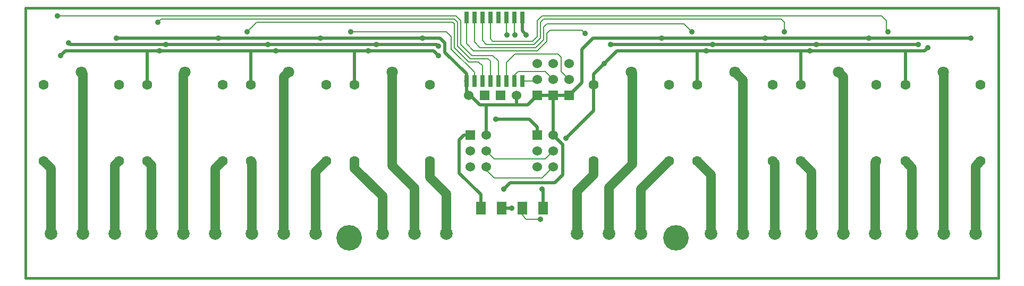
<source format=gbl>
G04 (created by PCBNEW-RS274X (2012-01-19 BZR 3256)-stable) date 15/05/2012 08:43:50*
G01*
G70*
G90*
%MOIN*%
G04 Gerber Fmt 3.4, Leading zero omitted, Abs format*
%FSLAX34Y34*%
G04 APERTURE LIST*
%ADD10C,0.006000*%
%ADD11C,0.015000*%
%ADD12C,0.078700*%
%ADD13R,0.060000X0.060000*%
%ADD14C,0.060000*%
%ADD15C,0.070900*%
%ADD16C,0.063000*%
%ADD17R,0.025000X0.075000*%
%ADD18R,0.060000X0.080000*%
%ADD19C,0.160000*%
%ADD20C,0.035000*%
%ADD21C,0.019700*%
%ADD22C,0.008000*%
%ADD23C,0.059100*%
%ADD24C,0.050000*%
G04 APERTURE END LIST*
G54D10*
G54D11*
X12980Y-08873D02*
X12980Y-08773D01*
X74005Y-08898D02*
X74005Y-08773D01*
X12980Y-08844D02*
X12980Y-25773D01*
X12980Y-25773D02*
X74003Y-25773D01*
X74004Y-08769D02*
X12980Y-08769D01*
X74004Y-25773D02*
X74004Y-08844D01*
G54D12*
X14580Y-22973D03*
X16580Y-22973D03*
X18580Y-22973D03*
X20880Y-22973D03*
X22880Y-22973D03*
X24880Y-22973D03*
X27180Y-22973D03*
X29180Y-22973D03*
X31180Y-22973D03*
X35380Y-22973D03*
X37380Y-22973D03*
X39380Y-22973D03*
X47580Y-22973D03*
X49580Y-22973D03*
X51580Y-22973D03*
X55980Y-22973D03*
X57980Y-22973D03*
X59980Y-22973D03*
X62280Y-22973D03*
X64280Y-22973D03*
X66280Y-22973D03*
X68580Y-22973D03*
X70580Y-22973D03*
X72580Y-22973D03*
G54D13*
X45080Y-16773D03*
G54D14*
X46080Y-16773D03*
X45080Y-17773D03*
X46080Y-17773D03*
X45080Y-18773D03*
X46080Y-18773D03*
G54D13*
X40880Y-16773D03*
G54D14*
X41880Y-16773D03*
X40880Y-17773D03*
X41880Y-17773D03*
X40880Y-18773D03*
X41880Y-18773D03*
G54D15*
X16480Y-12827D03*
G54D16*
X14118Y-13614D03*
X18842Y-13614D03*
X14118Y-18417D03*
X18842Y-18417D03*
G54D15*
X22980Y-12827D03*
G54D16*
X20618Y-13614D03*
X25342Y-13614D03*
X20618Y-18417D03*
X25342Y-18417D03*
G54D15*
X29480Y-12827D03*
G54D16*
X27118Y-13614D03*
X31842Y-13614D03*
X27118Y-18417D03*
X31842Y-18417D03*
G54D15*
X35980Y-12827D03*
G54D16*
X33618Y-13614D03*
X38342Y-13614D03*
X33618Y-18417D03*
X38342Y-18417D03*
G54D15*
X50980Y-12827D03*
G54D16*
X48618Y-13614D03*
X53342Y-13614D03*
X48618Y-18417D03*
X53342Y-18417D03*
G54D15*
X57480Y-12827D03*
G54D16*
X55118Y-13614D03*
X59842Y-13614D03*
X55118Y-18417D03*
X59842Y-18417D03*
G54D15*
X63980Y-12827D03*
G54D16*
X61618Y-13614D03*
X66342Y-13614D03*
X61618Y-18417D03*
X66342Y-18417D03*
G54D15*
X70530Y-12827D03*
G54D16*
X68168Y-13614D03*
X72892Y-13614D03*
X68168Y-18417D03*
X72892Y-18417D03*
G54D13*
X45080Y-14273D03*
G54D14*
X45080Y-13273D03*
X45080Y-12273D03*
G54D13*
X46080Y-14273D03*
G54D14*
X46080Y-13273D03*
X46080Y-12273D03*
G54D13*
X47080Y-14273D03*
G54D14*
X47080Y-13273D03*
X47080Y-12273D03*
G54D17*
X44130Y-13373D03*
X43630Y-13373D03*
X43130Y-13373D03*
X42630Y-13373D03*
X42130Y-13373D03*
X41630Y-13373D03*
X41130Y-13373D03*
X40630Y-13373D03*
X40630Y-09373D03*
X41130Y-09373D03*
X41630Y-09373D03*
X42130Y-09373D03*
X42630Y-09373D03*
X43130Y-09373D03*
X43630Y-09373D03*
X44130Y-09373D03*
G54D13*
X41780Y-14273D03*
G54D14*
X40780Y-14273D03*
G54D18*
X41530Y-21373D03*
X42830Y-21373D03*
X45430Y-21373D03*
X44130Y-21373D03*
G54D13*
X42780Y-14273D03*
G54D14*
X43780Y-14273D03*
G54D19*
X53780Y-23228D03*
X33280Y-23228D03*
G54D20*
X62180Y-11473D03*
X55680Y-11473D03*
X38880Y-11773D03*
X46880Y-16973D03*
X69580Y-11273D03*
X45380Y-20173D03*
X21380Y-11473D03*
X15180Y-11773D03*
X34480Y-11473D03*
X49280Y-12273D03*
X28680Y-11473D03*
X21780Y-11073D03*
X42480Y-15773D03*
X56080Y-11073D03*
X34980Y-11073D03*
X62580Y-11073D03*
X38880Y-11173D03*
X15680Y-10973D03*
X49680Y-11073D03*
X68980Y-11073D03*
X28180Y-11073D03*
X44380Y-10473D03*
X14980Y-09273D03*
X21280Y-09673D03*
X26880Y-10273D03*
X33380Y-10273D03*
X48080Y-10373D03*
X54780Y-10273D03*
X60580Y-10273D03*
X67080Y-10273D03*
X43180Y-10473D03*
X43680Y-10473D03*
X52880Y-10673D03*
X31480Y-10673D03*
X18680Y-10673D03*
X37880Y-10673D03*
X25080Y-10673D03*
X42980Y-20173D03*
X65880Y-10673D03*
X72280Y-10673D03*
X59380Y-10673D03*
X43480Y-21373D03*
X45280Y-22073D03*
G54D21*
X50080Y-11473D02*
X54918Y-11473D01*
X61618Y-13614D02*
X61618Y-11473D01*
X61618Y-11473D02*
X61580Y-11473D01*
X60680Y-11473D02*
X61580Y-11473D01*
X61580Y-11473D02*
X62180Y-11473D01*
X60680Y-11473D02*
X55680Y-11473D01*
X55118Y-13614D02*
X55118Y-11473D01*
X55118Y-11473D02*
X55180Y-11473D01*
X55680Y-11473D02*
X55180Y-11473D01*
X55180Y-11473D02*
X54918Y-11473D01*
X38480Y-11473D02*
X38580Y-11473D01*
X35780Y-11473D02*
X38480Y-11473D01*
X38580Y-11473D02*
X38880Y-11773D01*
X33580Y-11473D02*
X32980Y-11473D01*
X20618Y-13614D02*
X20618Y-11473D01*
X50080Y-11473D02*
X49280Y-12273D01*
X27080Y-11473D02*
X25080Y-11473D01*
X21980Y-11473D02*
X21380Y-11473D01*
X22480Y-11473D02*
X25080Y-11473D01*
X22480Y-11473D02*
X21980Y-11473D01*
X69380Y-11473D02*
X69580Y-11273D01*
X68168Y-13614D02*
X68168Y-11823D01*
X68168Y-11473D02*
X68180Y-11473D01*
X67880Y-11473D02*
X68180Y-11473D01*
X68180Y-11473D02*
X69380Y-11473D01*
X63080Y-11473D02*
X67880Y-11473D01*
X62180Y-11473D02*
X63080Y-11473D01*
X32980Y-11473D02*
X28680Y-11473D01*
X15180Y-11773D02*
X15480Y-11473D01*
X45430Y-20223D02*
X45380Y-20173D01*
X33618Y-11473D02*
X33580Y-11473D01*
X33618Y-13614D02*
X33618Y-11473D01*
X46880Y-16973D02*
X47080Y-16773D01*
X48618Y-13614D02*
X48618Y-15235D01*
X48618Y-15235D02*
X47080Y-16773D01*
X34480Y-11473D02*
X33580Y-11473D01*
X20580Y-11473D02*
X21380Y-11473D01*
X48618Y-13614D02*
X48618Y-12935D01*
X48618Y-12935D02*
X49280Y-12273D01*
X17480Y-11473D02*
X15780Y-11473D01*
X15780Y-11473D02*
X15480Y-11473D01*
X45430Y-21373D02*
X45430Y-20223D01*
X17480Y-11473D02*
X20580Y-11473D01*
X68168Y-11823D02*
X68168Y-11473D01*
X35680Y-11473D02*
X35780Y-11473D01*
X27118Y-13614D02*
X27118Y-11473D01*
X27118Y-11473D02*
X27080Y-11473D01*
X28680Y-11473D02*
X27080Y-11473D01*
X35780Y-11473D02*
X34480Y-11473D01*
X20618Y-11473D02*
X20580Y-11473D01*
X56080Y-11073D02*
X49680Y-11073D01*
X41530Y-21373D02*
X41530Y-20523D01*
X44580Y-15773D02*
X42480Y-15773D01*
X38780Y-11073D02*
X34980Y-11073D01*
X62580Y-11073D02*
X56080Y-11073D01*
X45080Y-16773D02*
X45080Y-16273D01*
X38880Y-11173D02*
X38780Y-11073D01*
X21780Y-11073D02*
X28180Y-11073D01*
X41530Y-20523D02*
X40180Y-19173D01*
X40180Y-17073D02*
X40480Y-16773D01*
X44380Y-10473D02*
X44130Y-10223D01*
X28180Y-11073D02*
X34980Y-11073D01*
X40480Y-16773D02*
X40880Y-16773D01*
X15780Y-11073D02*
X21780Y-11073D01*
X68980Y-11073D02*
X62580Y-11073D01*
X40180Y-19173D02*
X40180Y-17073D01*
X15680Y-10973D02*
X15780Y-11073D01*
X45080Y-16273D02*
X44580Y-15773D01*
X44130Y-10223D02*
X44130Y-09373D01*
G54D22*
X39680Y-09273D02*
X39980Y-09273D01*
X40180Y-09473D02*
X40280Y-09573D01*
X42280Y-11773D02*
X42630Y-12123D01*
X39980Y-09273D02*
X40180Y-09473D01*
X40980Y-11773D02*
X42280Y-11773D01*
X40280Y-11073D02*
X40980Y-11773D01*
X14980Y-09273D02*
X39680Y-09273D01*
X40280Y-09573D02*
X40280Y-11073D01*
X42630Y-12123D02*
X42630Y-13373D01*
X40080Y-09673D02*
X39880Y-09473D01*
X39880Y-09473D02*
X21480Y-09473D01*
X40080Y-11173D02*
X40080Y-09673D01*
X21480Y-09473D02*
X21280Y-09673D01*
X40880Y-11973D02*
X40080Y-11173D01*
X41980Y-11973D02*
X40880Y-11973D01*
X42130Y-12123D02*
X41980Y-11973D01*
X42130Y-13373D02*
X42130Y-12123D01*
X41630Y-13373D02*
X41630Y-12423D01*
X41630Y-12423D02*
X41380Y-12173D01*
X39880Y-09773D02*
X39880Y-10373D01*
X39780Y-09673D02*
X39880Y-09773D01*
X27480Y-09673D02*
X39780Y-09673D01*
X41380Y-12173D02*
X40780Y-12173D01*
X26880Y-10273D02*
X27480Y-09673D01*
X39880Y-11273D02*
X39880Y-10373D01*
X40780Y-12173D02*
X39880Y-11273D01*
X41130Y-12823D02*
X41130Y-13373D01*
X39680Y-11373D02*
X41130Y-12823D01*
X39380Y-10273D02*
X39680Y-10573D01*
X33380Y-10273D02*
X39380Y-10273D01*
X39680Y-10573D02*
X39680Y-11373D01*
X41080Y-11473D02*
X40630Y-11023D01*
X45080Y-11473D02*
X41080Y-11473D01*
X45680Y-10373D02*
X45680Y-10873D01*
X47880Y-10173D02*
X48080Y-10373D01*
X46380Y-10173D02*
X47880Y-10173D01*
X45880Y-10173D02*
X45680Y-10373D01*
X40630Y-09373D02*
X40630Y-11023D01*
X46380Y-10173D02*
X45880Y-10173D01*
X45680Y-10873D02*
X45080Y-11473D01*
X45480Y-09973D02*
X45480Y-10773D01*
X46380Y-09773D02*
X45680Y-09773D01*
X45480Y-10773D02*
X44980Y-11273D01*
X45680Y-09773D02*
X45480Y-09973D01*
X41130Y-10923D02*
X41130Y-09373D01*
X54780Y-10273D02*
X54280Y-09773D01*
X44980Y-11273D02*
X41480Y-11273D01*
X41480Y-11273D02*
X41130Y-10923D01*
X54280Y-09773D02*
X46380Y-09773D01*
X60580Y-09673D02*
X60580Y-10273D01*
X45480Y-09473D02*
X45280Y-09673D01*
X60380Y-09473D02*
X60580Y-09673D01*
X45280Y-10673D02*
X44880Y-11073D01*
X60280Y-09473D02*
X46380Y-09473D01*
X41880Y-11073D02*
X41630Y-10823D01*
X46380Y-09473D02*
X45480Y-09473D01*
X44880Y-11073D02*
X41880Y-11073D01*
X45280Y-09673D02*
X45280Y-10673D01*
X60280Y-09473D02*
X60380Y-09473D01*
X41630Y-09373D02*
X41630Y-10823D01*
X66680Y-09273D02*
X46380Y-09273D01*
X45080Y-09573D02*
X45080Y-10573D01*
X66680Y-09273D02*
X66980Y-09573D01*
X44780Y-10873D02*
X42280Y-10873D01*
X46380Y-09273D02*
X45380Y-09273D01*
X66980Y-10173D02*
X67080Y-10273D01*
X66980Y-09573D02*
X66980Y-10173D01*
X45380Y-09273D02*
X45080Y-09573D01*
X42280Y-10873D02*
X42130Y-10723D01*
X42130Y-09373D02*
X42130Y-10723D01*
X45080Y-10573D02*
X44780Y-10873D01*
G54D23*
X16580Y-22973D02*
X16580Y-12927D01*
X16580Y-12927D02*
X16480Y-12827D01*
X18580Y-18679D02*
X18842Y-18417D01*
X18580Y-22973D02*
X18580Y-18679D01*
X14580Y-22973D02*
X14580Y-18879D01*
X14580Y-18879D02*
X14118Y-18417D01*
X22880Y-12927D02*
X22980Y-12827D01*
X22880Y-22973D02*
X22880Y-12927D01*
X24880Y-22973D02*
X24880Y-18879D01*
X24880Y-18879D02*
X25342Y-18417D01*
X20880Y-18679D02*
X20618Y-18417D01*
X20880Y-22973D02*
X20880Y-18679D01*
X29180Y-22973D02*
X29180Y-13127D01*
X29180Y-13127D02*
X29480Y-12827D01*
X31180Y-19079D02*
X31842Y-18417D01*
X31180Y-22973D02*
X31180Y-19079D01*
X27180Y-18479D02*
X27118Y-18417D01*
X27180Y-22973D02*
X27180Y-18479D01*
X37380Y-20123D02*
X35980Y-18723D01*
X37380Y-22973D02*
X37380Y-20123D01*
X35980Y-18723D02*
X35980Y-12827D01*
X39380Y-20473D02*
X38342Y-19435D01*
X38342Y-19435D02*
X38342Y-18417D01*
X39380Y-22973D02*
X39380Y-20473D01*
X33618Y-18861D02*
X33618Y-18417D01*
X35380Y-22973D02*
X35380Y-20623D01*
X35380Y-20623D02*
X33618Y-18861D01*
X51030Y-12877D02*
X50980Y-12827D01*
X51030Y-18173D02*
X51030Y-18123D01*
X51030Y-18173D02*
X51030Y-12877D01*
X49580Y-22973D02*
X49580Y-20073D01*
X49580Y-20073D02*
X51030Y-18623D01*
X51030Y-18623D02*
X51030Y-18173D01*
X51580Y-22973D02*
X51580Y-20179D01*
X51580Y-20179D02*
X53342Y-18417D01*
X47580Y-22973D02*
X47580Y-20323D01*
X48618Y-19285D02*
X48618Y-18417D01*
X47580Y-20323D02*
X48618Y-19285D01*
X57980Y-13327D02*
X57480Y-12827D01*
X57980Y-22973D02*
X57980Y-13327D01*
X59980Y-22973D02*
X59980Y-18555D01*
X59980Y-18555D02*
X59842Y-18417D01*
X55980Y-22973D02*
X55980Y-19279D01*
X55980Y-19279D02*
X55118Y-18417D01*
X64280Y-22973D02*
X64280Y-13127D01*
X64280Y-13127D02*
X63980Y-12827D01*
X66280Y-18479D02*
X66342Y-18417D01*
G54D24*
X66292Y-22961D02*
X66280Y-22973D01*
G54D23*
X66280Y-22973D02*
X66280Y-18479D01*
X62280Y-22973D02*
X62280Y-19079D01*
X62280Y-19079D02*
X61618Y-18417D01*
X70580Y-22973D02*
X70580Y-12877D01*
X70580Y-12877D02*
X70530Y-12827D01*
X72580Y-18729D02*
X72892Y-18417D01*
X72580Y-22973D02*
X72580Y-18729D01*
X68580Y-22973D02*
X68580Y-18829D01*
X68580Y-18829D02*
X68168Y-18417D01*
G54D22*
X43130Y-09373D02*
X43130Y-10423D01*
X43130Y-10423D02*
X43180Y-10473D01*
X42380Y-18273D02*
X45580Y-18273D01*
X41880Y-17773D02*
X42380Y-18273D01*
X45580Y-18273D02*
X46080Y-17773D01*
X43630Y-10423D02*
X43630Y-09373D01*
X43630Y-10423D02*
X43680Y-10473D01*
X42380Y-19473D02*
X45380Y-19473D01*
X45380Y-19473D02*
X46080Y-18773D01*
X41880Y-18973D02*
X42380Y-19473D01*
X41880Y-18773D02*
X41880Y-18973D01*
G54D21*
X39280Y-10973D02*
X39280Y-11573D01*
X43780Y-14873D02*
X44480Y-14873D01*
X25080Y-10673D02*
X31480Y-10673D01*
X46080Y-16773D02*
X46080Y-14273D01*
X39280Y-11573D02*
X40630Y-12923D01*
X40630Y-12923D02*
X40630Y-13373D01*
X37880Y-10673D02*
X38980Y-10673D01*
X46680Y-19273D02*
X46680Y-17373D01*
X41480Y-14873D02*
X41780Y-14873D01*
X40630Y-13373D02*
X40580Y-13373D01*
X46180Y-19773D02*
X46680Y-19273D01*
X42980Y-20173D02*
X43380Y-19773D01*
X31480Y-10673D02*
X37880Y-10673D01*
X47880Y-13473D02*
X47080Y-14273D01*
X24680Y-10673D02*
X25080Y-10673D01*
X18680Y-10673D02*
X24680Y-10673D01*
X40630Y-13373D02*
X40630Y-14123D01*
X40630Y-14123D02*
X40780Y-14273D01*
X45080Y-14273D02*
X46080Y-14273D01*
X72280Y-10673D02*
X65880Y-10673D01*
X41880Y-14873D02*
X41780Y-14873D01*
X47880Y-11373D02*
X47880Y-13473D01*
X46080Y-14273D02*
X47080Y-14273D01*
X43780Y-14273D02*
X43780Y-14873D01*
X44480Y-14873D02*
X45080Y-14273D01*
X38980Y-10673D02*
X39280Y-10973D01*
X40780Y-14273D02*
X40880Y-14273D01*
X52880Y-10673D02*
X48580Y-10673D01*
X40880Y-14273D02*
X41480Y-14873D01*
X65880Y-10673D02*
X59380Y-10673D01*
X59380Y-10673D02*
X52880Y-10673D01*
X46680Y-17373D02*
X46080Y-16773D01*
X41780Y-14873D02*
X43780Y-14873D01*
X43380Y-19773D02*
X46180Y-19773D01*
X48580Y-10673D02*
X47880Y-11373D01*
X41880Y-16773D02*
X41880Y-14873D01*
G54D22*
X43880Y-12773D02*
X45580Y-12773D01*
X45580Y-12773D02*
X46080Y-13273D01*
X43630Y-13023D02*
X43880Y-12773D01*
X43630Y-13373D02*
X43630Y-13023D01*
X44980Y-13373D02*
X45080Y-13273D01*
X44130Y-13373D02*
X44980Y-13373D01*
X46580Y-11873D02*
X46580Y-12773D01*
X46580Y-12773D02*
X47080Y-13273D01*
X43680Y-11673D02*
X46380Y-11673D01*
X43130Y-12223D02*
X43680Y-11673D01*
X46380Y-11673D02*
X46580Y-11873D01*
X43130Y-13373D02*
X43130Y-12223D01*
G54D21*
X43480Y-21373D02*
X42830Y-21373D01*
G54D22*
X45280Y-22073D02*
X44380Y-22073D01*
X44130Y-21823D02*
X44130Y-21373D01*
X44380Y-22073D02*
X44130Y-21823D01*
M02*

</source>
